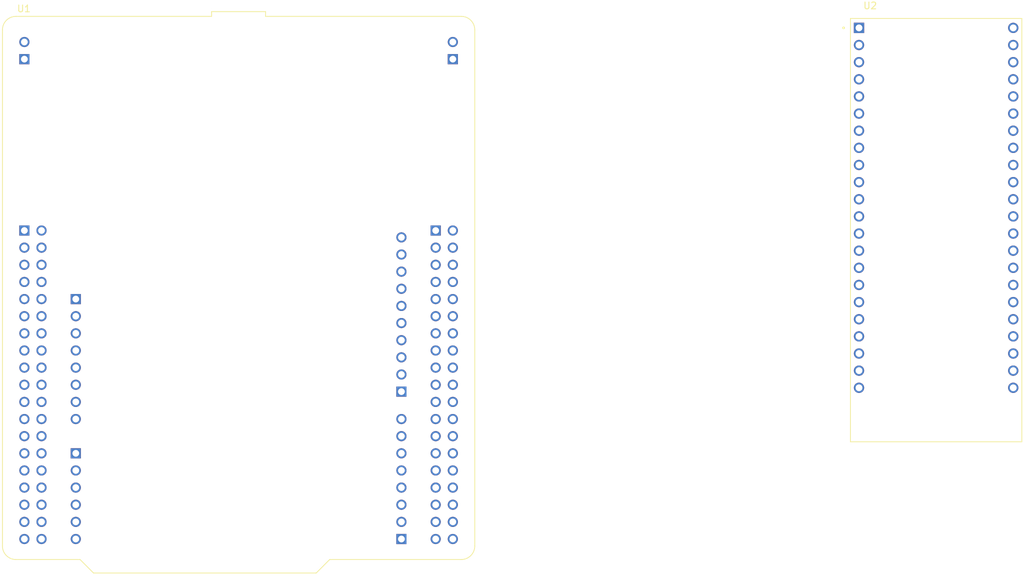
<source format=kicad_pcb>
(kicad_pcb (version 20241229) (generator "pcbnew") (generator_version "9.0")
  (layers (0 "F.Cu" signal) (2 "B.Cu" signal) (13 "F.Paste" user) (15 "B.Paste" user) (5 "F.SilkS" user "F.Silkscreen") (7 "B.SilkS" user "B.Silkscreen") (1 "F.Mask" user) (3 "B.Mask" user) (25 "Edge.Cuts" user))
  (net 0 "")
  (net 8 "GND")
  (net 15 "GND_1")
  (footprint "local:MODULE_NUCLEO-G431RB" (layer "F.Cu") (at 115.0874 89.1992)
    (property "Reference" "U1" (at -31.825 -42.385 0) (layer "F.SilkS"))
    (property "Value" "NUCLEO-G431RB")
    (fp_line (start -35 37.25) (end -35 -39.25) (stroke (width 0.127)) (layer "F.SilkS"))
    (fp_line (start -33 -41.25) (end -4 -41.25) (stroke (width 0.127)) (layer "F.SilkS"))
    (fp_line (start -33 39.25) (end -23.5 39.25) (stroke (width 0.127)) (layer "F.SilkS"))
    (fp_line (start -23.5 39.25) (end -21.5 41.25) (stroke (width 0.127)) (layer "F.SilkS"))
    (fp_line (start -21.5 41.25) (end 11.5 41.25) (stroke (width 0.127)) (layer "F.SilkS"))
    (fp_line (start -4 -41.95) (end 4 -41.95) (stroke (width 0.127)) (layer "F.SilkS"))
    (fp_line (start -4 -41.25) (end -4 -41.95) (stroke (width 0.127)) (layer "F.SilkS"))
    (fp_line (start 4 -41.95) (end 4 -41.25) (stroke (width 0.127)) (layer "F.SilkS"))
    (fp_line (start 4 -41.25) (end 33 -41.25) (stroke (width 0.127)) (layer "F.SilkS"))
    (fp_line (start 11.5 41.25) (end 13.5 39.25) (stroke (width 0.127)) (layer "F.SilkS"))
    (fp_line (start 13.5 39.25) (end 33 39.25) (stroke (width 0.127)) (layer "F.SilkS"))
    (fp_line (start 35 37.25) (end 35 -39.25) (stroke (width 0.127)) (layer "F.SilkS"))
    (fp_arc (start -35 -39.25) (mid -34.414214 -40.664214) (end -33 -41.25) (stroke (width 0.127)) (layer "F.SilkS"))
    (fp_arc (start -33 39.25) (mid -34.414214 38.664214) (end -35 37.25) (stroke (width 0.127)) (layer "F.SilkS"))
    (fp_arc (start 33 -41.25) (mid 34.414214 -40.664214) (end 35 -39.25) (stroke (width 0.127)) (layer "F.SilkS"))
    (fp_arc (start 35 37.25) (mid 34.414214 38.664214) (end 33 39.25) (stroke (width 0.127)) (layer "F.SilkS"))
    (pad "" np_thru_hole circle (at -24.13 -13.32) (size 3.2 3.2) (drill 3.2) (layers "*.Cu" "*.Mask"))
    (pad "" np_thru_hole circle (at 8.89 38.75) (size 3.2 3.2) (drill 3.2) (layers "*.Cu" "*.Mask"))
    (pad "" np_thru_hole circle (at 24.13 -12.05) (size 3.2 3.2) (drill 3.2) (layers "*.Cu" "*.Mask"))
    (pad "CN5_1" thru_hole rect (at 24.13 14.366) (size 1.508 1.508) (drill 1) (layers "*.Cu" "*.Mask"))
    (pad "CN5_2" thru_hole circle (at 24.13 11.826) (size 1.508 1.508) (drill 1) (layers "*.Cu" "*.Mask"))
    (pad "CN5_3" thru_hole circle (at 24.13 9.286) (size 1.508 1.508) (drill 1) (layers "*.Cu" "*.Mask"))
    (pad "CN5_4" thru_hole circle (at 24.13 6.746) (size 1.508 1.508) (drill 1) (layers "*.Cu" "*.Mask"))
    (pad "CN5_5" thru_hole circle (at 24.13 4.206) (size 1.508 1.508) (drill 1) (layers "*.Cu" "*.Mask"))
    (pad "CN5_6" thru_hole circle (at 24.13 1.666) (size 1.508 1.508) (drill 1) (layers "*.Cu" "*.Mask"))
    (pad "CN5_7" thru_hole circle (at 24.13 -0.874) (size 1.508 1.508) (drill 1) (layers "*.Cu" "*.Mask") (net 15 "GND_1"))
    (pad "CN5_8" thru_hole circle (at 24.13 -3.414) (size 1.508 1.508) (drill 1) (layers "*.Cu" "*.Mask"))
    (pad "CN5_9" thru_hole circle (at 24.13 -5.954) (size 1.508 1.508) (drill 1) (layers "*.Cu" "*.Mask"))
    (pad "CN5_10" thru_hole circle (at 24.13 -8.494) (size 1.508 1.508) (drill 1) (layers "*.Cu" "*.Mask"))
    (pad "CN6_1" thru_hole rect (at -24.13 0.65) (size 1.508 1.508) (drill 1) (layers "*.Cu" "*.Mask"))
    (pad "CN6_2" thru_hole circle (at -24.13 3.19) (size 1.508 1.508) (drill 1) (layers "*.Cu" "*.Mask"))
    (pad "CN6_3" thru_hole circle (at -24.13 5.73) (size 1.508 1.508) (drill 1) (layers "*.Cu" "*.Mask"))
    (pad "CN6_4" thru_hole circle (at -24.13 8.27) (size 1.508 1.508) (drill 1) (layers "*.Cu" "*.Mask"))
    (pad "CN6_5" thru_hole circle (at -24.13 10.81) (size 1.508 1.508) (drill 1) (layers "*.Cu" "*.Mask"))
    (pad "CN6_6" thru_hole circle (at -24.13 13.35) (size 1.508 1.508) (drill 1) (layers "*.Cu" "*.Mask") (net 15 "GND_1"))
    (pad "CN6_7" thru_hole circle (at -24.13 15.89) (size 1.508 1.508) (drill 1) (layers "*.Cu" "*.Mask") (net 15 "GND_1"))
    (pad "CN6_8" thru_hole circle (at -24.13 18.43) (size 1.508 1.508) (drill 1) (layers "*.Cu" "*.Mask"))
    (pad "CN7_1" thru_hole rect (at -31.75 -9.51) (size 1.508 1.508) (drill 1) (layers "*.Cu" "*.Mask"))
    (pad "CN7_2" thru_hole circle (at -29.21 -9.51) (size 1.508 1.508) (drill 1) (layers "*.Cu" "*.Mask"))
    (pad "CN7_3" thru_hole circle (at -31.75 -6.97) (size 1.508 1.508) (drill 1) (layers "*.Cu" "*.Mask"))
    (pad "CN7_4" thru_hole circle (at -29.21 -6.97) (size 1.508 1.508) (drill 1) (layers "*.Cu" "*.Mask"))
    (pad "CN7_5" thru_hole circle (at -31.75 -4.43) (size 1.508 1.508) (drill 1) (layers "*.Cu" "*.Mask"))
    (pad "CN7_6" thru_hole circle (at -29.21 -4.43) (size 1.508 1.508) (drill 1) (layers "*.Cu" "*.Mask"))
    (pad "CN7_7" thru_hole circle (at -31.75 -1.89) (size 1.508 1.508) (drill 1) (layers "*.Cu" "*.Mask"))
    (pad "CN7_8" thru_hole circle (at -29.21 -1.89) (size 1.508 1.508) (drill 1) (layers "*.Cu" "*.Mask") (net 8 "GND"))
    (pad "CN7_9" thru_hole circle (at -31.75 0.65) (size 1.508 1.508) (drill 1) (layers "*.Cu" "*.Mask"))
    (pad "CN7_10" thru_hole circle (at -29.21 0.65) (size 1.508 1.508) (drill 1) (layers "*.Cu" "*.Mask"))
    (pad "CN7_11" thru_hole circle (at -31.75 3.19) (size 1.508 1.508) (drill 1) (layers "*.Cu" "*.Mask"))
    (pad "CN7_12" thru_hole circle (at -29.21 3.19) (size 1.508 1.508) (drill 1) (layers "*.Cu" "*.Mask"))
    (pad "CN7_13" thru_hole circle (at -31.75 5.73) (size 1.508 1.508) (drill 1) (layers "*.Cu" "*.Mask"))
    (pad "CN7_14" thru_hole circle (at -29.21 5.73) (size 1.508 1.508) (drill 1) (layers "*.Cu" "*.Mask"))
    (pad "CN7_15" thru_hole circle (at -31.75 8.27) (size 1.508 1.508) (drill 1) (layers "*.Cu" "*.Mask"))
    (pad "CN7_16" thru_hole circle (at -29.21 8.27) (size 1.508 1.508) (drill 1) (layers "*.Cu" "*.Mask"))
    (pad "CN7_17" thru_hole circle (at -31.75 10.81) (size 1.508 1.508) (drill 1) (layers "*.Cu" "*.Mask"))
    (pad "CN7_18" thru_hole circle (at -29.21 10.81) (size 1.508 1.508) (drill 1) (layers "*.Cu" "*.Mask"))
    (pad "CN7_19" thru_hole circle (at -31.75 13.35) (size 1.508 1.508) (drill 1) (layers "*.Cu" "*.Mask") (net 8 "GND"))
    (pad "CN7_20" thru_hole circle (at -29.21 13.35) (size 1.508 1.508) (drill 1) (layers "*.Cu" "*.Mask") (net 8 "GND"))
    (pad "CN7_21" thru_hole circle (at -31.75 15.89) (size 1.508 1.508) (drill 1) (layers "*.Cu" "*.Mask"))
    (pad "CN7_22" thru_hole circle (at -29.21 15.89) (size 1.508 1.508) (drill 1) (layers "*.Cu" "*.Mask") (net 8 "GND"))
    (pad "CN7_23" thru_hole circle (at -31.75 18.43) (size 1.508 1.508) (drill 1) (layers "*.Cu" "*.Mask"))
    (pad "CN7_24" thru_hole circle (at -29.21 18.43) (size 1.508 1.508) (drill 1) (layers "*.Cu" "*.Mask"))
    (pad "CN7_25" thru_hole circle (at -31.75 20.97) (size 1.508 1.508) (drill 1) (layers "*.Cu" "*.Mask"))
    (pad "CN7_26" thru_hole circle (at -29.21 20.97) (size 1.508 1.508) (drill 1) (layers "*.Cu" "*.Mask"))
    (pad "CN7_27" thru_hole circle (at -31.75 23.51) (size 1.508 1.508) (drill 1) (layers "*.Cu" "*.Mask"))
    (pad "CN7_28" thru_hole circle (at -29.21 23.51) (size 1.508 1.508) (drill 1) (layers "*.Cu" "*.Mask"))
    (pad "CN7_29" thru_hole circle (at -31.75 26.05) (size 1.508 1.508) (drill 1) (layers "*.Cu" "*.Mask"))
    (pad "CN7_30" thru_hole circle (at -29.21 26.05) (size 1.508 1.508) (drill 1) (layers "*.Cu" "*.Mask"))
    (pad "CN7_31" thru_hole circle (at -31.75 28.59) (size 1.508 1.508) (drill 1) (layers "*.Cu" "*.Mask"))
    (pad "CN7_32" thru_hole circle (at -29.21 28.59) (size 1.508 1.508) (drill 1) (layers "*.Cu" "*.Mask"))
    (pad "CN7_33" thru_hole circle (at -31.75 31.13) (size 1.508 1.508) (drill 1) (layers "*.Cu" "*.Mask"))
    (pad "CN7_34" thru_hole circle (at -29.21 31.13) (size 1.508 1.508) (drill 1) (layers "*.Cu" "*.Mask"))
    (pad "CN7_35" thru_hole circle (at -31.75 33.67) (size 1.508 1.508) (drill 1) (layers "*.Cu" "*.Mask"))
    (pad "CN7_36" thru_hole circle (at -29.21 33.67) (size 1.508 1.508) (drill 1) (layers "*.Cu" "*.Mask"))
    (pad "CN7_37" thru_hole circle (at -31.75 36.21) (size 1.508 1.508) (drill 1) (layers "*.Cu" "*.Mask"))
    (pad "CN7_38" thru_hole circle (at -29.21 36.21) (size 1.508 1.508) (drill 1) (layers "*.Cu" "*.Mask"))
    (pad "CN8_1" thru_hole rect (at -24.13 23.51) (size 1.508 1.508) (drill 1) (layers "*.Cu" "*.Mask"))
    (pad "CN8_2" thru_hole circle (at -24.13 26.05) (size 1.508 1.508) (drill 1) (layers "*.Cu" "*.Mask"))
    (pad "CN8_3" thru_hole circle (at -24.13 28.59) (size 1.508 1.508) (drill 1) (layers "*.Cu" "*.Mask"))
    (pad "CN8_4" thru_hole circle (at -24.13 31.13) (size 1.508 1.508) (drill 1) (layers "*.Cu" "*.Mask"))
    (pad "CN8_5" thru_hole circle (at -24.13 33.67) (size 1.508 1.508) (drill 1) (layers "*.Cu" "*.Mask"))
    (pad "CN8_6" thru_hole circle (at -24.13 36.21) (size 1.508 1.508) (drill 1) (layers "*.Cu" "*.Mask"))
    (pad "CN9_1" thru_hole rect (at 24.13 36.21) (size 1.508 1.508) (drill 1) (layers "*.Cu" "*.Mask"))
    (pad "CN9_2" thru_hole circle (at 24.13 33.67) (size 1.508 1.508) (drill 1) (layers "*.Cu" "*.Mask"))
    (pad "CN9_3" thru_hole circle (at 24.13 31.13) (size 1.508 1.508) (drill 1) (layers "*.Cu" "*.Mask"))
    (pad "CN9_4" thru_hole circle (at 24.13 28.59) (size 1.508 1.508) (drill 1) (layers "*.Cu" "*.Mask"))
    (pad "CN9_5" thru_hole circle (at 24.13 26.05) (size 1.508 1.508) (drill 1) (layers "*.Cu" "*.Mask"))
    (pad "CN9_6" thru_hole circle (at 24.13 23.51) (size 1.508 1.508) (drill 1) (layers "*.Cu" "*.Mask"))
    (pad "CN9_7" thru_hole circle (at 24.13 20.97) (size 1.508 1.508) (drill 1) (layers "*.Cu" "*.Mask"))
    (pad "CN9_8" thru_hole circle (at 24.13 18.43) (size 1.508 1.508) (drill 1) (layers "*.Cu" "*.Mask"))
    (pad "CN10_1" thru_hole rect (at 29.21 -9.51) (size 1.508 1.508) (drill 1) (layers "*.Cu" "*.Mask"))
    (pad "CN10_2" thru_hole circle (at 31.75 -9.51) (size 1.508 1.508) (drill 1) (layers "*.Cu" "*.Mask"))
    (pad "CN10_3" thru_hole circle (at 29.21 -6.97) (size 1.508 1.508) (drill 1) (layers "*.Cu" "*.Mask"))
    (pad "CN10_4" thru_hole circle (at 31.75 -6.97) (size 1.508 1.508) (drill 1) (layers "*.Cu" "*.Mask"))
    (pad "CN10_5" thru_hole circle (at 29.21 -4.43) (size 1.508 1.508) (drill 1) (layers "*.Cu" "*.Mask"))
    (pad "CN10_6" thru_hole circle (at 31.75 -4.43) (size 1.508 1.508) (drill 1) (layers "*.Cu" "*.Mask"))
    (pad "CN10_7" thru_hole circle (at 29.21 -1.89) (size 1.508 1.508) (drill 1) (layers "*.Cu" "*.Mask"))
    (pad "CN10_8" thru_hole circle (at 31.75 -1.89) (size 1.508 1.508) (drill 1) (layers "*.Cu" "*.Mask"))
    (pad "CN10_9" thru_hole circle (at 29.21 0.65) (size 1.508 1.508) (drill 1) (layers "*.Cu" "*.Mask") (net 8 "GND"))
    (pad "CN10_10" thru_hole circle (at 31.75 0.65) (size 1.508 1.508) (drill 1) (layers "*.Cu" "*.Mask"))
    (pad "CN10_11" thru_hole circle (at 29.21 3.19) (size 1.508 1.508) (drill 1) (layers "*.Cu" "*.Mask"))
    (pad "CN10_12" thru_hole circle (at 31.75 3.19) (size 1.508 1.508) (drill 1) (layers "*.Cu" "*.Mask"))
    (pad "CN10_13" thru_hole circle (at 29.21 5.73) (size 1.508 1.508) (drill 1) (layers "*.Cu" "*.Mask"))
    (pad "CN10_14" thru_hole circle (at 31.75 5.73) (size 1.508 1.508) (drill 1) (layers "*.Cu" "*.Mask"))
    (pad "CN10_15" thru_hole circle (at 29.21 8.27) (size 1.508 1.508) (drill 1) (layers "*.Cu" "*.Mask"))
    (pad "CN10_16" thru_hole circle (at 31.75 8.27) (size 1.508 1.508) (drill 1) (layers "*.Cu" "*.Mask"))
    (pad "CN10_17" thru_hole circle (at 29.21 10.81) (size 1.508 1.508) (drill 1) (layers "*.Cu" "*.Mask"))
    (pad "CN10_18" thru_hole circle (at 31.75 10.81) (size 1.508 1.508) (drill 1) (layers "*.Cu" "*.Mask"))
    (pad "CN10_19" thru_hole circle (at 29.21 13.35) (size 1.508 1.508) (drill 1) (layers "*.Cu" "*.Mask"))
    (pad "CN10_20" thru_hole circle (at 31.75 13.35) (size 1.508 1.508) (drill 1) (layers "*.Cu" "*.Mask") (net 8 "GND"))
    (pad "CN10_21" thru_hole circle (at 29.21 15.89) (size 1.508 1.508) (drill 1) (layers "*.Cu" "*.Mask"))
    (pad "CN10_22" thru_hole circle (at 31.75 15.89) (size 1.508 1.508) (drill 1) (layers "*.Cu" "*.Mask"))
    (pad "CN10_23" thru_hole circle (at 29.21 18.43) (size 1.508 1.508) (drill 1) (layers "*.Cu" "*.Mask"))
    (pad "CN10_24" thru_hole circle (at 31.75 18.43) (size 1.508 1.508) (drill 1) (layers "*.Cu" "*.Mask"))
    (pad "CN10_25" thru_hole circle (at 29.21 20.97) (size 1.508 1.508) (drill 1) (layers "*.Cu" "*.Mask"))
    (pad "CN10_26" thru_hole circle (at 31.75 20.97) (size 1.508 1.508) (drill 1) (layers "*.Cu" "*.Mask"))
    (pad "CN10_27" thru_hole circle (at 29.21 23.51) (size 1.508 1.508) (drill 1) (layers "*.Cu" "*.Mask"))
    (pad "CN10_28" thru_hole circle (at 31.75 23.51) (size 1.508 1.508) (drill 1) (layers "*.Cu" "*.Mask"))
    (pad "CN10_29" thru_hole circle (at 29.21 26.05) (size 1.508 1.508) (drill 1) (layers "*.Cu" "*.Mask"))
    (pad "CN10_30" thru_hole circle (at 31.75 26.05) (size 1.508 1.508) (drill 1) (layers "*.Cu" "*.Mask"))
    (pad "CN10_31" thru_hole circle (at 29.21 28.59) (size 1.508 1.508) (drill 1) (layers "*.Cu" "*.Mask"))
    (pad "CN10_32" thru_hole circle (at 31.75 28.59) (size 1.508 1.508) (drill 1) (layers "*.Cu" "*.Mask"))
    (pad "CN10_33" thru_hole circle (at 29.21 31.13) (size 1.508 1.508) (drill 1) (layers "*.Cu" "*.Mask"))
    (pad "CN10_34" thru_hole circle (at 31.75 31.13) (size 1.508 1.508) (drill 1) (layers "*.Cu" "*.Mask"))
    (pad "CN10_35" thru_hole circle (at 29.21 33.67) (size 1.508 1.508) (drill 1) (layers "*.Cu" "*.Mask"))
    (pad "CN10_36" thru_hole circle (at 31.75 33.67) (size 1.508 1.508) (drill 1) (layers "*.Cu" "*.Mask"))
    (pad "CN10_37" thru_hole circle (at 29.21 36.21) (size 1.508 1.508) (drill 1) (layers "*.Cu" "*.Mask"))
    (pad "CN10_38" thru_hole circle (at 31.75 36.21) (size 1.508 1.508) (drill 1) (layers "*.Cu" "*.Mask"))
    (pad "CN11_1" thru_hole rect (at 31.75 -34.91) (size 1.508 1.508) (drill 1) (layers "*.Cu" "*.Mask"))
    (pad "CN11_2" thru_hole circle (at 31.75 -37.45) (size 1.508 1.508) (drill 1) (layers "*.Cu" "*.Mask"))
    (pad "CN12_1" thru_hole rect (at -31.75 -34.91) (size 1.508 1.508) (drill 1) (layers "*.Cu" "*.Mask"))
    (pad "CN12_2" thru_hole circle (at -31.75 -37.45) (size 1.508 1.508) (drill 1) (layers "*.Cu" "*.Mask"))
  )
  (footprint "local:ESP32-S3-DEVKITC-1-N8R8" (layer "F.Cu") (at 218.4654 79.627)
    (property "Reference" "U2" (at -9.775 -33.255 0) (layer "F.SilkS"))
    (property "Value" "ESP32-S3-DEVKITC-1-N8R8")
    (fp_line (start -12.7 -31.37) (end 12.7 -31.37) (stroke (width 0.127)) (layer "F.SilkS"))
    (fp_line (start -12.7 31.37) (end -12.7 -31.37) (stroke (width 0.127)) (layer "F.SilkS"))
    (fp_line (start 12.7 -31.37) (end 12.7 31.37) (stroke (width 0.127)) (layer "F.SilkS"))
    (fp_line (start 12.7 31.37) (end -12.7 31.37) (stroke (width 0.127)) (layer "F.SilkS"))
    (fp_circle (center -13.716 -29.972) (end -13.616 -29.972) (stroke (width 0.2)) (fill no) (layer "F.SilkS"))
    (pad "J1_1" thru_hole rect (at -11.43 -29.97) (size 1.53 1.53) (drill 1.02) (layers "*.Cu" "*.Mask"))
    (pad "J1_2" thru_hole circle (at -11.43 -27.43) (size 1.53 1.53) (drill 1.02) (layers "*.Cu" "*.Mask"))
    (pad "J1_3" thru_hole circle (at -11.43 -24.89) (size 1.53 1.53) (drill 1.02) (layers "*.Cu" "*.Mask"))
    (pad "J1_4" thru_hole circle (at -11.43 -22.35) (size 1.53 1.53) (drill 1.02) (layers "*.Cu" "*.Mask"))
    (pad "J1_5" thru_hole circle (at -11.43 -19.81) (size 1.53 1.53) (drill 1.02) (layers "*.Cu" "*.Mask"))
    (pad "J1_6" thru_hole circle (at -11.43 -17.27) (size 1.53 1.53) (drill 1.02) (layers "*.Cu" "*.Mask"))
    (pad "J1_7" thru_hole circle (at -11.43 -14.73) (size 1.53 1.53) (drill 1.02) (layers "*.Cu" "*.Mask"))
    (pad "J1_8" thru_hole circle (at -11.43 -12.19) (size 1.53 1.53) (drill 1.02) (layers "*.Cu" "*.Mask"))
    (pad "J1_9" thru_hole circle (at -11.43 -9.65) (size 1.53 1.53) (drill 1.02) (layers "*.Cu" "*.Mask"))
    (pad "J1_10" thru_hole circle (at -11.43 -7.11) (size 1.53 1.53) (drill 1.02) (layers "*.Cu" "*.Mask"))
    (pad "J1_11" thru_hole circle (at -11.43 -4.57) (size 1.53 1.53) (drill 1.02) (layers "*.Cu" "*.Mask"))
    (pad "J1_12" thru_hole circle (at -11.43 -2.03) (size 1.53 1.53) (drill 1.02) (layers "*.Cu" "*.Mask"))
    (pad "J1_13" thru_hole circle (at -11.43 0.51) (size 1.53 1.53) (drill 1.02) (layers "*.Cu" "*.Mask"))
    (pad "J1_14" thru_hole circle (at -11.43 3.05) (size 1.53 1.53) (drill 1.02) (layers "*.Cu" "*.Mask"))
    (pad "J1_15" thru_hole circle (at -11.43 5.59) (size 1.53 1.53) (drill 1.02) (layers "*.Cu" "*.Mask"))
    (pad "J1_16" thru_hole circle (at -11.43 8.13) (size 1.53 1.53) (drill 1.02) (layers "*.Cu" "*.Mask"))
    (pad "J1_17" thru_hole circle (at -11.43 10.67) (size 1.53 1.53) (drill 1.02) (layers "*.Cu" "*.Mask"))
    (pad "J1_18" thru_hole circle (at -11.43 13.21) (size 1.53 1.53) (drill 1.02) (layers "*.Cu" "*.Mask"))
    (pad "J1_19" thru_hole circle (at -11.43 15.75) (size 1.53 1.53) (drill 1.02) (layers "*.Cu" "*.Mask"))
    (pad "J1_20" thru_hole circle (at -11.43 18.29) (size 1.53 1.53) (drill 1.02) (layers "*.Cu" "*.Mask"))
    (pad "J1_21" thru_hole circle (at -11.43 20.83) (size 1.53 1.53) (drill 1.02) (layers "*.Cu" "*.Mask"))
    (pad "J1_22" thru_hole circle (at -11.43 23.37) (size 1.53 1.53) (drill 1.02) (layers "*.Cu" "*.Mask"))
    (pad "J3_1" thru_hole circle (at 11.43 -29.97) (size 1.53 1.53) (drill 1.02) (layers "*.Cu" "*.Mask"))
    (pad "J3_2" thru_hole circle (at 11.43 -27.43) (size 1.53 1.53) (drill 1.02) (layers "*.Cu" "*.Mask"))
    (pad "J3_3" thru_hole circle (at 11.43 -24.89) (size 1.53 1.53) (drill 1.02) (layers "*.Cu" "*.Mask"))
    (pad "J3_4" thru_hole circle (at 11.43 -22.35) (size 1.53 1.53) (drill 1.02) (layers "*.Cu" "*.Mask"))
    (pad "J3_5" thru_hole circle (at 11.43 -19.81) (size 1.53 1.53) (drill 1.02) (layers "*.Cu" "*.Mask"))
    (pad "J3_6" thru_hole circle (at 11.43 -17.27) (size 1.53 1.53) (drill 1.02) (layers "*.Cu" "*.Mask"))
    (pad "J3_7" thru_hole circle (at 11.43 -14.73) (size 1.53 1.53) (drill 1.02) (layers "*.Cu" "*.Mask"))
    (pad "J3_8" thru_hole circle (at 11.43 -12.19) (size 1.53 1.53) (drill 1.02) (layers "*.Cu" "*.Mask"))
    (pad "J3_9" thru_hole circle (at 11.43 -9.65) (size 1.53 1.53) (drill 1.02) (layers "*.Cu" "*.Mask"))
    (pad "J3_10" thru_hole circle (at 11.43 -7.11) (size 1.53 1.53) (drill 1.02) (layers "*.Cu" "*.Mask"))
    (pad "J3_11" thru_hole circle (at 11.43 -4.57) (size 1.53 1.53) (drill 1.02) (layers "*.Cu" "*.Mask"))
    (pad "J3_12" thru_hole circle (at 11.43 -2.03) (size 1.53 1.53) (drill 1.02) (layers "*.Cu" "*.Mask"))
    (pad "J3_13" thru_hole circle (at 11.43 0.51) (size 1.53 1.53) (drill 1.02) (layers "*.Cu" "*.Mask"))
    (pad "J3_14" thru_hole circle (at 11.43 3.05) (size 1.53 1.53) (drill 1.02) (layers "*.Cu" "*.Mask"))
    (pad "J3_15" thru_hole circle (at 11.43 5.59) (size 1.53 1.53) (drill 1.02) (layers "*.Cu" "*.Mask"))
    (pad "J3_16" thru_hole circle (at 11.43 8.13) (size 1.53 1.53) (drill 1.02) (layers "*.Cu" "*.Mask"))
    (pad "J3_17" thru_hole circle (at 11.43 10.67) (size 1.53 1.53) (drill 1.02) (layers "*.Cu" "*.Mask"))
    (pad "J3_18" thru_hole circle (at 11.43 13.21) (size 1.53 1.53) (drill 1.02) (layers "*.Cu" "*.Mask"))
    (pad "J3_19" thru_hole circle (at 11.43 15.75) (size 1.53 1.53) (drill 1.02) (layers "*.Cu" "*.Mask"))
    (pad "J3_20" thru_hole circle (at 11.43 18.29) (size 1.53 1.53) (drill 1.02) (layers "*.Cu" "*.Mask"))
    (pad "J3_21" thru_hole circle (at 11.43 20.83) (size 1.53 1.53) (drill 1.02) (layers "*.Cu" "*.Mask"))
    (pad "J3_22" thru_hole circle (at 11.43 23.37) (size 1.53 1.53) (drill 1.02) (layers "*.Cu" "*.Mask"))
  )
)
</source>
